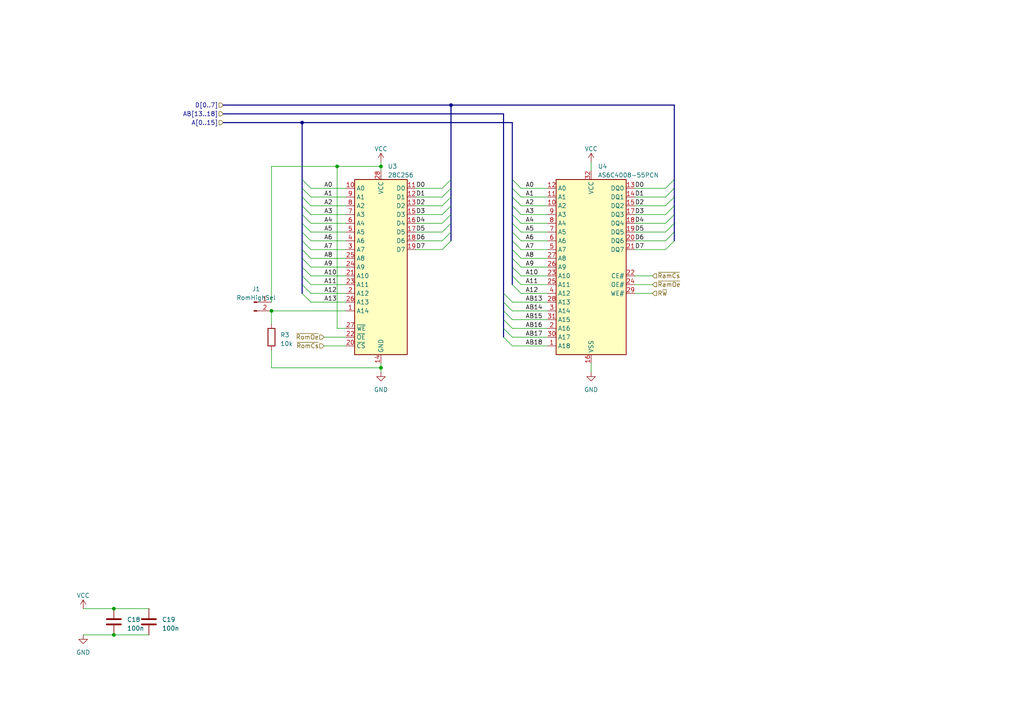
<source format=kicad_sch>
(kicad_sch (version 20231120) (generator "eeschema") (generator_version "8.0")
  (paper "A4")
  (lib_symbols
    (symbol "Connector:Conn_01x02_Pin" (pin_names (offset 1.016) hide)
      (property "Reference" "J" (at 0 2.54 0))
      (property "Value" "Conn_01x02_Pin" (at 0 -5.08 0))
      (symbol "Conn_01x02_Pin_1_1"
        (polyline (pts (xy 1.27 -2.54) (xy 0.8636 -2.54)) (stroke (width 0.1524)))
        (polyline (pts (xy 1.27 0) (xy 0.8636 0)) (stroke (width 0.1524)))
        (rectangle (start 0.8636 -2.413) (end 0 -2.667) (stroke (width 0.1524)) (fill (type outline)))
        (rectangle (start 0.8636 0.127) (end 0 -0.127) (stroke (width 0.1524)) (fill (type outline)))
        (pin passive line (at 5.08 0 180) (length 3.81) (name "Pin_1") (number "1"))
        (pin passive line (at 5.08 -2.54 180) (length 3.81) (name "Pin_2") (number "2"))
      )
    )
    (symbol "Device:C" (pin_numbers hide) (pin_names (offset 0.254))
      (property "Reference" "C" (at 0.635 2.54 0))
      (property "Value" "C" (at 0.635 -2.54 0))
      (symbol "C_0_1"
        (polyline (pts (xy -2.032 -0.762) (xy 2.032 -0.762)) (stroke (width 0.508)))
        (polyline (pts (xy -2.032 0.762) (xy 2.032 0.762)) (stroke (width 0.508)))
      )
      (symbol "C_1_1"
        (pin passive line (at 0 3.81 270) (length 2.794) (name "~") (number "1"))
        (pin passive line (at 0 -3.81 90) (length 2.794) (name "~") (number "2"))
      )
    )
    (symbol "Device:R" (pin_numbers hide) (pin_names (offset 0))
      (property "Reference" "R" (at 2.032 0 90))
      (property "Value" "R" (at 0 0 90))
      (symbol "R_0_1"
        (rectangle (start -1.016 -2.54) (end 1.016 2.54) (stroke (width 0.254)))
      )
      (symbol "R_1_1"
        (pin passive line (at 0 3.81 270) (length 1.27) (name "~") (number "1"))
        (pin passive line (at 0 -3.81 90) (length 1.27) (name "~") (number "2"))
      )
    )
    (symbol "Memory_EEPROM:28C256"
      (property "Reference" "U" (at -7.62 26.67 0))
      (property "Value" "28C256" (at 2.54 -26.67 0))
      (symbol "28C256_1_1"
        (rectangle (start -7.62 25.4) (end 7.62 -25.4) (stroke (width 0.254)) (fill (type background)))
        (pin input line (at -10.16 -12.7 0) (length 2.54) (name "A14") (number "1"))
        (pin input line (at -10.16 22.86 0) (length 2.54) (name "A0") (number "10"))
        (pin tri_state line (at 10.16 22.86 180) (length 2.54) (name "D0") (number "11"))
        (pin tri_state line (at 10.16 20.32 180) (length 2.54) (name "D1") (number "12"))
        (pin tri_state line (at 10.16 17.78 180) (length 2.54) (name "D2") (number "13"))
        (pin power_in line (at 0 -27.94 90) (length 2.54) (name "GND") (number "14"))
        (pin tri_state line (at 10.16 15.24 180) (length 2.54) (name "D3") (number "15"))
        (pin tri_state line (at 10.16 12.7 180) (length 2.54) (name "D4") (number "16"))
        (pin tri_state line (at 10.16 10.16 180) (length 2.54) (name "D5") (number "17"))
        (pin tri_state line (at 10.16 7.62 180) (length 2.54) (name "D6") (number "18"))
        (pin tri_state line (at 10.16 5.08 180) (length 2.54) (name "D7") (number "19"))
        (pin input line (at -10.16 -7.62 0) (length 2.54) (name "A12") (number "2"))
        (pin input line (at -10.16 -22.86 0) (length 2.54) (name "~{CS}") (number "20"))
        (pin input line (at -10.16 -2.54 0) (length 2.54) (name "A10") (number "21"))
        (pin input line (at -10.16 -20.32 0) (length 2.54) (name "~{OE}") (number "22"))
        (pin input line (at -10.16 -5.08 0) (length 2.54) (name "A11") (number "23"))
        (pin input line (at -10.16 0 0) (length 2.54) (name "A9") (number "24"))
        (pin input line (at -10.16 2.54 0) (length 2.54) (name "A8") (number "25"))
        (pin input line (at -10.16 -10.16 0) (length 2.54) (name "A13") (number "26"))
        (pin input line (at -10.16 -17.78 0) (length 2.54) (name "~{WE}") (number "27"))
        (pin power_in line (at 0 27.94 270) (length 2.54) (name "VCC") (number "28"))
        (pin input line (at -10.16 5.08 0) (length 2.54) (name "A7") (number "3"))
        (pin input line (at -10.16 7.62 0) (length 2.54) (name "A6") (number "4"))
        (pin input line (at -10.16 10.16 0) (length 2.54) (name "A5") (number "5"))
        (pin input line (at -10.16 12.7 0) (length 2.54) (name "A4") (number "6"))
        (pin input line (at -10.16 15.24 0) (length 2.54) (name "A3") (number "7"))
        (pin input line (at -10.16 17.78 0) (length 2.54) (name "A2") (number "8"))
        (pin input line (at -10.16 20.32 0) (length 2.54) (name "A1") (number "9"))
      )
    )
    (symbol "Memory_RAM:AS6C4008-55PCN"
      (property "Reference" "U" (at -10.16 26.035 0))
      (property "Value" "AS6C4008-55PCN" (at 2.54 26.035 0))
      (symbol "AS6C4008-55PCN_0_0"
        (pin power_in line (at 0 -27.94 90) (length 2.54) (name "VSS") (number "16"))
        (pin power_in line (at 0 27.94 270) (length 2.54) (name "VCC") (number "32"))
      )
      (symbol "AS6C4008-55PCN_0_1"
        (rectangle (start -10.16 25.4) (end 10.16 -25.4) (stroke (width 0.254)) (fill (type background)))
      )
      (symbol "AS6C4008-55PCN_1_1"
        (pin input line (at -12.7 -22.86 0) (length 2.54) (name "A18") (number "1"))
        (pin input line (at -12.7 17.78 0) (length 2.54) (name "A2") (number "10"))
        (pin input line (at -12.7 20.32 0) (length 2.54) (name "A1") (number "11"))
        (pin input line (at -12.7 22.86 0) (length 2.54) (name "A0") (number "12"))
        (pin tri_state line (at 12.7 22.86 180) (length 2.54) (name "DQ0") (number "13"))
        (pin tri_state line (at 12.7 20.32 180) (length 2.54) (name "DQ1") (number "14"))
        (pin tri_state line (at 12.7 17.78 180) (length 2.54) (name "DQ2") (number "15"))
        (pin tri_state line (at 12.7 15.24 180) (length 2.54) (name "DQ3") (number "17"))
        (pin tri_state line (at 12.7 12.7 180) (length 2.54) (name "DQ4") (number "18"))
        (pin tri_state line (at 12.7 10.16 180) (length 2.54) (name "DQ5") (number "19"))
        (pin input line (at -12.7 -17.78 0) (length 2.54) (name "A16") (number "2"))
        (pin tri_state line (at 12.7 7.62 180) (length 2.54) (name "DQ6") (number "20"))
        (pin tri_state line (at 12.7 5.08 180) (length 2.54) (name "DQ7") (number "21"))
        (pin input line (at 12.7 -2.54 180) (length 2.54) (name "CE#") (number "22"))
        (pin input line (at -12.7 -2.54 0) (length 2.54) (name "A10") (number "23"))
        (pin input line (at 12.7 -5.08 180) (length 2.54) (name "OE#") (number "24"))
        (pin input line (at -12.7 -5.08 0) (length 2.54) (name "A11") (number "25"))
        (pin input line (at -12.7 0 0) (length 2.54) (name "A9") (number "26"))
        (pin input line (at -12.7 2.54 0) (length 2.54) (name "A8") (number "27"))
        (pin input line (at -12.7 -10.16 0) (length 2.54) (name "A13") (number "28"))
        (pin input line (at 12.7 -7.62 180) (length 2.54) (name "WE#") (number "29"))
        (pin input line (at -12.7 -12.7 0) (length 2.54) (name "A14") (number "3"))
        (pin input line (at -12.7 -20.32 0) (length 2.54) (name "A17") (number "30"))
        (pin input line (at -12.7 -15.24 0) (length 2.54) (name "A15") (number "31"))
        (pin input line (at -12.7 -7.62 0) (length 2.54) (name "A12") (number "4"))
        (pin input line (at -12.7 5.08 0) (length 2.54) (name "A7") (number "5"))
        (pin input line (at -12.7 7.62 0) (length 2.54) (name "A6") (number "6"))
        (pin input line (at -12.7 10.16 0) (length 2.54) (name "A5") (number "7"))
        (pin input line (at -12.7 12.7 0) (length 2.54) (name "A4") (number "8"))
        (pin input line (at -12.7 15.24 0) (length 2.54) (name "A3") (number "9"))
      )
    )
    (symbol "power:GND" (power) (pin_names (offset 0))
      (property "Value" "GND" (at 0 -3.81 0))
      (symbol "GND_0_1"
        (polyline (pts (xy 0 0) (xy 0 -1.27) (xy 1.27 -1.27) (xy 0 -2.54) (xy -1.27 -1.27) (xy 0 -1.27)))
      )
      (symbol "GND_1_1"
        (pin power_in line (at 0 0 270) (length 0) hide (name "GND") (number "1"))
      )
    )
    (symbol "power:VCC" (power) (pin_names (offset 0))
      (property "Value" "VCC" (at 0 3.81 0))
      (symbol "VCC_0_1"
        (polyline (pts (xy -0.762 1.27) (xy 0 2.54)))
        (polyline (pts (xy 0 0) (xy 0 2.54)))
        (polyline (pts (xy 0 2.54) (xy 0.762 1.27)))
      )
      (symbol "VCC_1_1"
        (pin power_in line (at 0 0 90) (length 0) hide (name "VCC") (number "1"))
      )
    )
  )
  (junction (at 33.02 184.15))
  (junction (at 87.63 35.56))
  (junction (at 97.79 48.26))
  (junction (at 78.74 90.17))
  (junction (at 33.02 176.53))
  (junction (at 130.81 30.48))
  (junction (at 110.49 48.26))
  (junction (at 110.49 106.68))
  (bus_entry (at 87.63 85.09) (size 2.54 2.54))
  (bus_entry (at 87.63 52.07) (size 2.54 2.54))
  (bus_entry (at 195.58 52.07) (size -2.54 2.54))
  (bus_entry (at 130.81 54.61) (size -2.54 2.54))
  (bus_entry (at 87.63 57.15) (size 2.54 2.54))
  (bus_entry (at 146.05 90.17) (size 2.54 2.54))
  (bus_entry (at 130.81 62.23) (size -2.54 2.54))
  (bus_entry (at 195.58 57.15) (size -2.54 2.54))
  (bus_entry (at 146.05 92.71) (size 2.54 2.54))
  (bus_entry (at 87.63 54.61) (size 2.54 2.54))
  (bus_entry (at 148.59 67.31) (size 2.54 2.54))
  (bus_entry (at 148.59 72.39) (size 2.54 2.54))
  (bus_entry (at 146.05 85.09) (size 2.54 2.54))
  (bus_entry (at 130.81 69.85) (size -2.54 2.54))
  (bus_entry (at 148.59 59.69) (size 2.54 2.54))
  (bus_entry (at 146.05 87.63) (size 2.54 2.54))
  (bus_entry (at 195.58 69.85) (size -2.54 2.54))
  (bus_entry (at 87.63 80.01) (size 2.54 2.54))
  (bus_entry (at 195.58 62.23) (size -2.54 2.54))
  (bus_entry (at 146.05 97.79) (size 2.54 2.54))
  (bus_entry (at 130.81 67.31) (size -2.54 2.54))
  (bus_entry (at 148.59 64.77) (size 2.54 2.54))
  (bus_entry (at 87.63 72.39) (size 2.54 2.54))
  (bus_entry (at 148.59 82.55) (size 2.54 2.54))
  (bus_entry (at 195.58 54.61) (size -2.54 2.54))
  (bus_entry (at 130.81 52.07) (size -2.54 2.54))
  (bus_entry (at 195.58 59.69) (size -2.54 2.54))
  (bus_entry (at 146.05 95.25) (size 2.54 2.54))
  (bus_entry (at 130.81 59.69) (size -2.54 2.54))
  (bus_entry (at 87.63 67.31) (size 2.54 2.54))
  (bus_entry (at 87.63 69.85) (size 2.54 2.54))
  (bus_entry (at 195.58 67.31) (size -2.54 2.54))
  (bus_entry (at 130.81 64.77) (size -2.54 2.54))
  (bus_entry (at 148.59 62.23) (size 2.54 2.54))
  (bus_entry (at 87.63 77.47) (size 2.54 2.54))
  (bus_entry (at 87.63 64.77) (size 2.54 2.54))
  (bus_entry (at 148.59 52.07) (size 2.54 2.54))
  (bus_entry (at 148.59 77.47) (size 2.54 2.54))
  (bus_entry (at 87.63 74.93) (size 2.54 2.54))
  (bus_entry (at 148.59 57.15) (size 2.54 2.54))
  (bus_entry (at 148.59 80.01) (size 2.54 2.54))
  (bus_entry (at 148.59 74.93) (size 2.54 2.54))
  (bus_entry (at 148.59 54.61) (size 2.54 2.54))
  (bus_entry (at 87.63 62.23) (size 2.54 2.54))
  (bus_entry (at 130.81 57.15) (size -2.54 2.54))
  (bus_entry (at 148.59 69.85) (size 2.54 2.54))
  (bus_entry (at 87.63 59.69) (size 2.54 2.54))
  (bus_entry (at 87.63 82.55) (size 2.54 2.54))
  (bus_entry (at 195.58 64.77) (size -2.54 2.54))
  (bus (pts (xy 146.05 95.25) (xy 146.05 97.79)))
  (wire (pts (xy 120.65 59.69) (xy 128.27 59.69)))
  (bus (pts (xy 87.63 74.93) (xy 87.63 77.47)))
  (bus (pts (xy 87.63 64.77) (xy 87.63 67.31)))
  (bus (pts (xy 195.58 62.23) (xy 195.58 64.77)))
  (wire (pts (xy 151.13 57.15) (xy 158.75 57.15)))
  (wire (pts (xy 90.17 59.69) (xy 100.33 59.69)))
  (wire (pts (xy 148.59 97.79) (xy 158.75 97.79)))
  (bus (pts (xy 148.59 80.01) (xy 148.59 82.55)))
  (wire (pts (xy 151.13 54.61) (xy 158.75 54.61)))
  (wire (pts (xy 90.17 67.31) (xy 100.33 67.31)))
  (wire (pts (xy 151.13 64.77) (xy 158.75 64.77)))
  (bus (pts (xy 146.05 87.63) (xy 146.05 90.17)))
  (bus (pts (xy 130.81 67.31) (xy 130.81 69.85)))
  (wire (pts (xy 78.74 101.6) (xy 78.74 106.68)))
  (bus (pts (xy 64.77 35.56) (xy 87.63 35.56)))
  (bus (pts (xy 130.81 30.48) (xy 130.81 52.07)))
  (wire (pts (xy 120.65 64.77) (xy 128.27 64.77)))
  (wire (pts (xy 97.79 48.26) (xy 110.49 48.26)))
  (wire (pts (xy 151.13 69.85) (xy 158.75 69.85)))
  (wire (pts (xy 90.17 82.55) (xy 100.33 82.55)))
  (wire (pts (xy 78.74 90.17) (xy 100.33 90.17)))
  (wire (pts (xy 90.17 80.01) (xy 100.33 80.01)))
  (bus (pts (xy 146.05 33.02) (xy 146.05 85.09)))
  (wire (pts (xy 93.98 100.33) (xy 100.33 100.33)))
  (bus (pts (xy 148.59 57.15) (xy 148.59 59.69)))
  (wire (pts (xy 90.17 77.47) (xy 100.33 77.47)))
  (bus (pts (xy 148.59 67.31) (xy 148.59 69.85)))
  (bus (pts (xy 148.59 72.39) (xy 148.59 74.93)))
  (bus (pts (xy 130.81 62.23) (xy 130.81 64.77)))
  (wire (pts (xy 24.13 176.53) (xy 33.02 176.53)))
  (wire (pts (xy 78.74 93.98) (xy 78.74 90.17)))
  (bus (pts (xy 64.77 33.02) (xy 146.05 33.02)))
  (bus (pts (xy 87.63 67.31) (xy 87.63 69.85)))
  (bus (pts (xy 87.63 35.56) (xy 148.59 35.56)))
  (bus (pts (xy 195.58 54.61) (xy 195.58 57.15)))
  (wire (pts (xy 110.49 46.99) (xy 110.49 48.26)))
  (wire (pts (xy 189.23 80.01) (xy 184.15 80.01)))
  (wire (pts (xy 151.13 74.93) (xy 158.75 74.93)))
  (wire (pts (xy 33.02 176.53) (xy 43.18 176.53)))
  (bus (pts (xy 87.63 72.39) (xy 87.63 74.93)))
  (bus (pts (xy 87.63 52.07) (xy 87.63 54.61)))
  (wire (pts (xy 90.17 74.93) (xy 100.33 74.93)))
  (wire (pts (xy 33.02 184.15) (xy 43.18 184.15)))
  (wire (pts (xy 78.74 48.26) (xy 97.79 48.26)))
  (bus (pts (xy 148.59 69.85) (xy 148.59 72.39)))
  (bus (pts (xy 87.63 80.01) (xy 87.63 82.55)))
  (wire (pts (xy 189.23 82.55) (xy 184.15 82.55)))
  (bus (pts (xy 87.63 82.55) (xy 87.63 85.09)))
  (wire (pts (xy 110.49 106.68) (xy 110.49 105.41)))
  (bus (pts (xy 148.59 62.23) (xy 148.59 64.77)))
  (wire (pts (xy 110.49 107.95) (xy 110.49 106.68)))
  (bus (pts (xy 195.58 57.15) (xy 195.58 59.69)))
  (wire (pts (xy 184.15 59.69) (xy 193.04 59.69)))
  (wire (pts (xy 151.13 85.09) (xy 158.75 85.09)))
  (wire (pts (xy 90.17 72.39) (xy 100.33 72.39)))
  (wire (pts (xy 151.13 62.23) (xy 158.75 62.23)))
  (bus (pts (xy 130.81 54.61) (xy 130.81 57.15)))
  (bus (pts (xy 195.58 52.07) (xy 195.58 54.61)))
  (bus (pts (xy 148.59 74.93) (xy 148.59 77.47)))
  (bus (pts (xy 148.59 59.69) (xy 148.59 62.23)))
  (wire (pts (xy 120.65 72.39) (xy 128.27 72.39)))
  (bus (pts (xy 87.63 62.23) (xy 87.63 64.77)))
  (wire (pts (xy 97.79 95.25) (xy 97.79 48.26)))
  (wire (pts (xy 90.17 85.09) (xy 100.33 85.09)))
  (wire (pts (xy 90.17 69.85) (xy 100.33 69.85)))
  (wire (pts (xy 171.45 107.95) (xy 171.45 105.41)))
  (bus (pts (xy 87.63 69.85) (xy 87.63 72.39)))
  (wire (pts (xy 120.65 67.31) (xy 128.27 67.31)))
  (wire (pts (xy 110.49 48.26) (xy 110.49 49.53)))
  (wire (pts (xy 120.65 57.15) (xy 128.27 57.15)))
  (bus (pts (xy 195.58 59.69) (xy 195.58 62.23)))
  (bus (pts (xy 87.63 59.69) (xy 87.63 62.23)))
  (bus (pts (xy 195.58 67.31) (xy 195.58 69.85)))
  (wire (pts (xy 90.17 57.15) (xy 100.33 57.15)))
  (wire (pts (xy 184.15 72.39) (xy 193.04 72.39)))
  (bus (pts (xy 87.63 54.61) (xy 87.63 57.15)))
  (bus (pts (xy 195.58 64.77) (xy 195.58 67.31)))
  (wire (pts (xy 148.59 90.17) (xy 158.75 90.17)))
  (bus (pts (xy 87.63 57.15) (xy 87.63 59.69)))
  (wire (pts (xy 148.59 87.63) (xy 158.75 87.63)))
  (wire (pts (xy 171.45 46.99) (xy 171.45 49.53)))
  (wire (pts (xy 93.98 97.79) (xy 100.33 97.79)))
  (wire (pts (xy 90.17 87.63) (xy 100.33 87.63)))
  (wire (pts (xy 120.65 69.85) (xy 128.27 69.85)))
  (wire (pts (xy 24.13 184.15) (xy 33.02 184.15)))
  (wire (pts (xy 189.23 85.09) (xy 184.15 85.09)))
  (bus (pts (xy 148.59 52.07) (xy 148.59 54.61)))
  (wire (pts (xy 184.15 67.31) (xy 193.04 67.31)))
  (wire (pts (xy 120.65 62.23) (xy 128.27 62.23)))
  (bus (pts (xy 148.59 54.61) (xy 148.59 57.15)))
  (wire (pts (xy 151.13 82.55) (xy 158.75 82.55)))
  (bus (pts (xy 130.81 57.15) (xy 130.81 59.69)))
  (wire (pts (xy 78.74 106.68) (xy 110.49 106.68)))
  (bus (pts (xy 146.05 90.17) (xy 146.05 92.71)))
  (wire (pts (xy 148.59 100.33) (xy 158.75 100.33)))
  (wire (pts (xy 184.15 64.77) (xy 193.04 64.77)))
  (bus (pts (xy 146.05 92.71) (xy 146.05 95.25)))
  (bus (pts (xy 148.59 77.47) (xy 148.59 80.01)))
  (wire (pts (xy 151.13 80.01) (xy 158.75 80.01)))
  (bus (pts (xy 87.63 77.47) (xy 87.63 80.01)))
  (bus (pts (xy 146.05 85.09) (xy 146.05 87.63)))
  (wire (pts (xy 90.17 54.61) (xy 100.33 54.61)))
  (wire (pts (xy 184.15 62.23) (xy 193.04 62.23)))
  (wire (pts (xy 151.13 59.69) (xy 158.75 59.69)))
  (wire (pts (xy 148.59 95.25) (xy 158.75 95.25)))
  (wire (pts (xy 100.33 95.25) (xy 97.79 95.25)))
  (wire (pts (xy 151.13 77.47) (xy 158.75 77.47)))
  (wire (pts (xy 90.17 64.77) (xy 100.33 64.77)))
  (wire (pts (xy 151.13 67.31) (xy 158.75 67.31)))
  (wire (pts (xy 148.59 92.71) (xy 158.75 92.71)))
  (wire (pts (xy 184.15 69.85) (xy 193.04 69.85)))
  (wire (pts (xy 90.17 62.23) (xy 100.33 62.23)))
  (wire (pts (xy 184.15 54.61) (xy 193.04 54.61)))
  (wire (pts (xy 151.13 72.39) (xy 158.75 72.39)))
  (wire (pts (xy 120.65 54.61) (xy 128.27 54.61)))
  (bus (pts (xy 87.63 35.56) (xy 87.63 52.07)))
  (bus (pts (xy 64.77 30.48) (xy 130.81 30.48)))
  (wire (pts (xy 184.15 57.15) (xy 193.04 57.15)))
  (bus (pts (xy 148.59 64.77) (xy 148.59 67.31)))
  (bus (pts (xy 130.81 64.77) (xy 130.81 67.31)))
  (bus (pts (xy 195.58 30.48) (xy 195.58 52.07)))
  (bus (pts (xy 130.81 30.48) (xy 195.58 30.48)))
  (bus (pts (xy 130.81 59.69) (xy 130.81 62.23)))
  (wire (pts (xy 78.74 87.63) (xy 78.74 48.26)))
  (bus (pts (xy 148.59 35.56) (xy 148.59 52.07)))
  (bus (pts (xy 130.81 52.07) (xy 130.81 54.61)))
  (label "A0" (at 152.4 54.61 0))
  (label "D6" (at 120.65 69.85 0))
  (label "A4" (at 93.98 64.77 0))
  (label "A6" (at 93.98 69.85 0))
  (label "A11" (at 152.4 82.55 0))
  (label "A8" (at 93.98 74.93 0))
  (label "D2" (at 120.65 59.69 0))
  (label "AB15" (at 152.4 92.71 0))
  (label "A11" (at 93.98 82.55 0))
  (label "A9" (at 152.4 77.47 0))
  (label "A10" (at 93.98 80.01 0))
  (label "D6" (at 184.15 69.85 0))
  (label "A3" (at 93.98 62.23 0))
  (label "A7" (at 152.4 72.39 0))
  (label "A12" (at 93.98 85.09 0))
  (label "D2" (at 184.15 59.69 0))
  (label "A9" (at 93.98 77.47 0))
  (label "D5" (at 184.15 67.31 0))
  (label "A4" (at 152.4 64.77 0))
  (label "A6" (at 152.4 69.85 0))
  (label "AB18" (at 152.4 100.33 0))
  (label "A3" (at 152.4 62.23 0))
  (label "A8" (at 152.4 74.93 0))
  (label "A10" (at 152.4 80.01 0))
  (label "A1" (at 152.4 57.15 0))
  (label "A7" (at 93.98 72.39 0))
  (label "D3" (at 184.15 62.23 0))
  (label "A2" (at 93.98 59.69 0))
  (label "D0" (at 120.65 54.61 0))
  (label "AB14" (at 152.4 90.17 0))
  (label "AB17" (at 152.4 97.79 0))
  (label "D4" (at 184.15 64.77 0))
  (label "AB13" (at 152.4 87.63 0))
  (label "A1" (at 93.98 57.15 0))
  (label "AB16" (at 152.4 95.25 0))
  (label "D3" (at 120.65 62.23 0))
  (label "D7" (at 184.15 72.39 0))
  (label "D1" (at 184.15 57.15 0))
  (label "A13" (at 93.98 87.63 0))
  (label "D4" (at 120.65 64.77 0))
  (label "A0" (at 93.98 54.61 0))
  (label "A2" (at 152.4 59.69 0))
  (label "D7" (at 120.65 72.39 0))
  (label "A12" (at 152.4 85.09 0))
  (label "D5" (at 120.65 67.31 0))
  (label "A5" (at 152.4 67.31 0))
  (label "A5" (at 93.98 67.31 0))
  (label "D1" (at 120.65 57.15 0))
  (label "D0" (at 184.15 54.61 0))
  (hierarchical_label "~{RomCs}" (shape input) (at 93.98 100.33 180))
  (hierarchical_label "A[0..15]" (shape input) (at 64.77 35.56 180))
  (hierarchical_label "~{RamCs}" (shape input) (at 189.23 80.01 0))
  (hierarchical_label "AB[13..18]" (shape input) (at 64.77 33.02 180))
  (hierarchical_label "D[0..7]" (shape input) (at 64.77 30.48 180))
  (hierarchical_label "~{RamOe}" (shape input) (at 189.23 82.55 0))
  (hierarchical_label "R~{W}" (shape input) (at 189.23 85.09 0))
  (hierarchical_label "~{RomOe}" (shape input) (at 93.98 97.79 180))
  (symbol (lib_id "power:GND") (at 24.13 184.15 0) (unit 1)
    (property "Reference" "#PWR045" (effects (hide yes)))
    (property "Value" "GND" (at 24.13 189.23 0))
  )
  (symbol (lib_id "Device:R") (at 78.74 97.79 0) (unit 1)
    (property "Reference" "R3" (at 81.28 97.155 0) (effects (justify left)))
    (property "Value" "10k" (at 81.28 99.695 0) (effects (justify left)))
    (property "Footprint" "Resistor_THT:R_Axial_DIN0207_L6.3mm_D2.5mm_P7.62mm_Horizontal" (effects (hide yes)))
  )
  (symbol (lib_id "Device:C") (at 33.02 180.34 0) (unit 1)
    (property "Reference" "C18" (at 36.83 179.705 0) (effects (justify left)))
    (property "Value" "100n" (at 36.83 182.245 0) (effects (justify left)))
    (property "Footprint" "Capacitor_THT:C_Disc_D3.8mm_W2.6mm_P2.50mm" (effects (hide yes)))
  )
  (symbol (lib_id "power:VCC") (at 171.45 46.99 0) (unit 1)
    (property "Reference" "#PWR07" (effects (hide yes)))
    (property "Value" "VCC" (at 171.45 43.18 0))
  )
  (symbol (lib_id "Memory_RAM:AS6C4008-55PCN") (at 171.45 77.47 0) (unit 1)
    (property "Reference" "U4" (at 173.4059 48.26 0) (effects (justify left)))
    (property "Value" "AS6C4008-55PCN" (at 173.4059 50.8 0) (effects (justify left)))
    (property "Footprint" "Package_DIP:DIP-32_W15.24mm" (effects (hide yes)))
    (property "Datasheet" "https://www.alliancememory.com/wp-content/uploads/pdf/AS6C4008.pdf" (effects (hide yes)))
  )
  (symbol (lib_id "Connector:Conn_01x02_Pin") (at 73.66 87.63 0) (unit 1)
    (property "Reference" "J1" (at 74.295 83.82 0))
    (property "Value" "RomHighSel" (at 74.295 86.36 0))
    (property "Footprint" "Connector_PinHeader_2.54mm:PinHeader_1x02_P2.54mm_Vertical" (effects (hide yes)))
  )
  (symbol (lib_id "power:VCC") (at 110.49 46.99 0) (unit 1)
    (property "Reference" "#PWR05" (effects (hide yes)))
    (property "Value" "VCC" (at 110.49 43.18 0))
  )
  (symbol (lib_id "Memory_EEPROM:28C256") (at 110.49 77.47 0) (unit 1)
    (property "Reference" "U3" (at 112.4459 48.26 0) (effects (justify left)))
    (property "Value" "28C256" (at 112.4459 50.8 0) (effects (justify left)))
    (property "Footprint" "Socket:DIP_Socket-28_W11.9_W12.7_W15.24_W17.78_W18.5_3M_228-1277-00-0602J" (effects (hide yes)))
    (property "Datasheet" "http://ww1.microchip.com/downloads/en/DeviceDoc/doc0006.pdf" (effects (hide yes)))
  )
  (symbol (lib_id "power:VCC") (at 24.13 176.53 0) (unit 1)
    (property "Reference" "#PWR044" (effects (hide yes)))
    (property "Value" "VCC" (at 24.13 172.72 0))
  )
  (symbol (lib_id "power:GND") (at 171.45 107.95 0) (unit 1)
    (property "Reference" "#PWR08" (effects (hide yes)))
    (property "Value" "GND" (at 171.45 113.03 0))
  )
  (symbol (lib_id "Device:C") (at 43.18 180.34 0) (unit 1)
    (property "Reference" "C19" (at 46.99 179.705 0) (effects (justify left)))
    (property "Value" "100n" (at 46.99 182.245 0) (effects (justify left)))
    (property "Footprint" "Capacitor_THT:C_Disc_D3.8mm_W2.6mm_P2.50mm" (effects (hide yes)))
  )
  (symbol (lib_id "power:GND") (at 110.49 107.95 0) (unit 1)
    (property "Reference" "#PWR06" (effects (hide yes)))
    (property "Value" "GND" (at 110.49 113.03 0))
  )
)
</source>
